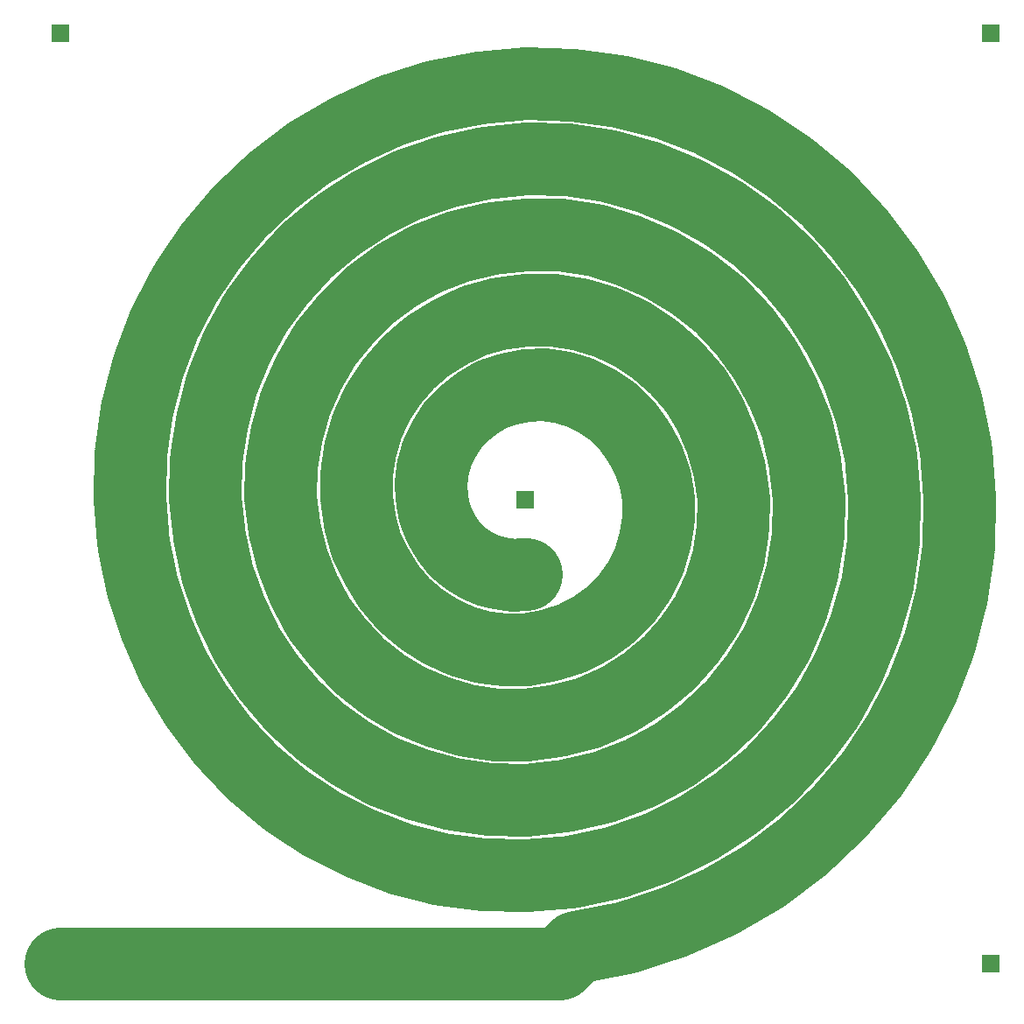
<source format=gbr>
%TF.GenerationSoftware,KiCad,Pcbnew,6.0.2+dfsg-1*%
%TF.CreationDate,2023-08-17T18:16:07-04:00*%
%TF.ProjectId,Tesla-Pri,5465736c-612d-4507-9269-2e6b69636164,rev?*%
%TF.SameCoordinates,Original*%
%TF.FileFunction,Copper,L2,Bot*%
%TF.FilePolarity,Positive*%
%FSLAX46Y46*%
G04 Gerber Fmt 4.6, Leading zero omitted, Abs format (unit mm)*
G04 Created by KiCad (PCBNEW 6.0.2+dfsg-1) date 2023-08-17 18:16:07*
%MOMM*%
%LPD*%
G01*
G04 APERTURE LIST*
%TA.AperFunction,ComponentPad*%
%ADD10R,1.700000X1.700000*%
%TD*%
%TA.AperFunction,ViaPad*%
%ADD11C,5.000000*%
%TD*%
%TA.AperFunction,Conductor*%
%ADD12C,7.000000*%
%TD*%
%TA.AperFunction,Conductor*%
%ADD13C,2.000000*%
%TD*%
G04 APERTURE END LIST*
D10*
%TO.P,,1*%
%TO.N,Net-(J1-Pad1)*%
X160000000Y-150000000D03*
%TD*%
%TO.P,,1*%
%TO.N,N/C*%
X160000000Y-60000000D03*
%TD*%
%TO.P,,1*%
%TO.N,N/C*%
X114960400Y-105174200D03*
%TD*%
%TO.P,,1*%
%TO.N,Net-(J1-Pad1)*%
X70000000Y-150000000D03*
%TD*%
%TO.P,,1*%
%TO.N,N/C*%
X70000000Y-60000000D03*
%TD*%
D11*
%TO.N,Net-(J1-Pad1)*%
X114615675Y-112329675D03*
%TD*%
D12*
%TO.N,Net-(J1-Pad1)*%
X114615675Y-112329675D02*
X113829479Y-112390378D01*
X80940159Y-121402355D02*
X79194797Y-117528782D01*
X118496527Y-94238796D02*
X120219756Y-94755652D01*
X87031509Y-90321004D02*
X88889254Y-86977053D01*
X131329878Y-94505424D02*
X132808114Y-96867307D01*
X84603920Y-97508039D02*
X85597335Y-93849040D01*
X93985683Y-71555906D02*
X97805807Y-69295891D01*
X127793735Y-138734307D02*
X123667829Y-140166766D01*
X106381739Y-100608777D02*
X107027138Y-99207376D01*
X130798601Y-118689566D02*
X128798213Y-120923987D01*
X115000000Y-126900000D02*
X112121626Y-126863425D01*
D13*
X116332000Y-148590000D02*
X119694506Y-148590000D01*
D12*
X126802611Y-101165099D02*
X127437465Y-103030099D01*
X154988629Y-118992626D02*
X153287959Y-123438509D01*
X115000000Y-134200000D02*
X111463407Y-134126460D01*
X135075000Y-105000000D02*
X135034886Y-107880582D01*
X122478792Y-132911232D02*
X118791514Y-133799408D01*
X136707859Y-70452141D02*
X140520774Y-72997962D01*
D13*
X119694506Y-148590000D02*
X119889449Y-148395057D01*
D12*
X93926715Y-92833333D02*
X95574413Y-90094223D01*
X155668421Y-95717698D02*
X156581533Y-100314886D01*
X98577962Y-102638867D02*
X98921951Y-100279059D01*
X135034886Y-107880582D02*
X134580199Y-110749265D01*
X118354795Y-79517802D02*
X121691551Y-80026793D01*
X124678524Y-114678524D02*
X123152581Y-116221066D01*
X113315592Y-94365066D02*
X115000000Y-94050000D01*
X84340568Y-108722729D02*
X83975000Y-105000000D01*
X108728177Y-118733376D02*
X106747855Y-117840588D01*
X132646672Y-68356309D02*
X136707859Y-70452141D01*
X154250377Y-91265699D02*
X155668421Y-95717698D01*
X98921951Y-100279059D02*
X99606546Y-97970045D01*
X101205212Y-122977717D02*
X98869127Y-121130873D01*
X145326042Y-135326042D02*
X141821195Y-138632715D01*
X141148417Y-97993553D02*
X141990021Y-101446696D01*
X149675000Y-105000000D02*
X149561541Y-109196531D01*
X99606546Y-97970045D02*
X100624124Y-95761186D01*
X126798114Y-73890931D02*
X130527116Y-75415552D01*
X145205970Y-89146684D02*
X147027903Y-92853419D01*
X132808114Y-96867307D02*
X133943444Y-99437703D01*
X84424805Y-80617095D02*
X87254898Y-77254898D01*
X99994804Y-76409987D02*
X103500573Y-74678502D01*
X112426366Y-87099979D02*
X115000000Y-86750000D01*
X141736022Y-112163895D02*
X140712722Y-115650558D01*
X123667829Y-140166766D02*
X119382667Y-141094513D01*
X111463407Y-134126460D02*
X107944790Y-133624112D01*
X135002283Y-125002283D02*
X132312921Y-127562638D01*
X134580199Y-110749265D02*
X133713611Y-113546220D01*
X142959294Y-85701093D02*
X145205970Y-89146684D01*
X104895797Y-116660872D02*
X103213742Y-115212851D01*
X77890065Y-113470100D02*
X77045517Y-109276443D01*
X85149141Y-112357576D02*
X84340568Y-108722729D01*
X88025944Y-119157076D02*
X86384907Y-115852273D01*
X156581533Y-100314886D02*
X156975000Y-105000000D01*
X109253139Y-126447578D02*
X106444634Y-125654482D01*
X105397038Y-81816398D02*
X108465898Y-80614398D01*
X122788087Y-87946467D02*
X125225484Y-89088837D01*
X85647812Y-128407589D02*
X83101178Y-125043358D01*
X125999757Y-131555762D02*
X122478792Y-132911232D01*
X94980379Y-116558333D02*
X93502478Y-113904565D01*
X137321327Y-122127756D02*
X135002283Y-125002283D01*
X137342133Y-79780946D02*
X140324134Y-82564775D01*
X96780971Y-118979953D02*
X94980379Y-116558333D01*
X83975000Y-105000000D02*
X84061846Y-101243428D01*
X132446451Y-116212153D02*
X130798601Y-118689566D01*
X107027138Y-99207376D02*
X107902416Y-97902416D01*
X151093131Y-127678817D02*
X148428880Y-131658643D01*
X131701436Y-136821927D02*
X127793735Y-138734307D01*
X116741507Y-94004560D02*
X118496527Y-94238796D01*
X119382667Y-141094513D02*
X115000000Y-141500000D01*
X105974474Y-102067429D02*
X106381739Y-100608777D01*
X147027903Y-92853419D02*
X148394797Y-96768922D01*
X106747855Y-117840588D02*
X104895797Y-116660872D01*
X149561541Y-109196531D02*
X148940018Y-113365463D01*
X91146978Y-83868066D02*
X93774974Y-81041898D01*
X107625439Y-88851965D02*
X109951865Y-87807630D01*
X148394797Y-96768922D02*
X149282819Y-100837312D01*
X146200405Y-121375236D02*
X144114637Y-125096383D01*
X141585087Y-128552331D02*
X138645424Y-131690166D01*
X102529167Y-83399883D02*
X105397038Y-81816398D01*
X100512043Y-111616428D02*
X99558705Y-109533973D01*
X109951865Y-87807630D02*
X112426366Y-87099979D01*
X132312921Y-127562638D02*
X129295833Y-129761110D01*
X111057292Y-72528875D02*
X115000000Y-72150000D01*
X128389867Y-66733958D02*
X132646672Y-68356309D01*
X77381710Y-96413871D02*
X78456546Y-92212892D01*
X108992835Y-96731846D02*
X110277364Y-95731305D01*
X118284506Y-150000000D02*
X119889449Y-148395057D01*
X123890825Y-124468192D02*
X121076459Y-125694519D01*
X98869127Y-121130873D02*
X96780971Y-118979953D01*
X91275000Y-105000000D02*
X91327188Y-101883415D01*
X134059665Y-77387309D02*
X137342133Y-79780946D01*
X127496883Y-109060483D02*
X126870434Y-111048288D01*
X125225484Y-89088837D02*
X127494445Y-90580642D01*
X126481245Y-122865166D02*
X123890825Y-124468192D01*
X97578657Y-87578657D02*
X99909058Y-85333101D01*
X111437310Y-111992174D02*
X110280084Y-111496406D01*
X135335626Y-134461240D02*
X131701436Y-136821927D01*
X153287959Y-123438509D02*
X151093131Y-127678817D01*
X81997412Y-84263100D02*
X84424805Y-80617095D01*
X103213742Y-115212851D02*
X101740697Y-113521237D01*
X115000000Y-86750000D02*
X117620857Y-86771538D01*
X110519222Y-65231992D02*
X115000000Y-64850000D01*
X107357392Y-108894104D02*
X106668745Y-107706989D01*
X130527116Y-75415552D02*
X134059665Y-77387309D01*
X98906403Y-107313910D02*
X98575000Y-105000000D01*
X139234278Y-118991667D02*
X137321327Y-122127756D01*
X141821195Y-138632715D02*
X137956234Y-141534637D01*
X106167597Y-106398915D02*
X105875000Y-105000000D01*
X76675000Y-105000000D02*
X76786442Y-100694366D01*
X107205673Y-73377172D02*
X111057292Y-72528875D01*
X124744610Y-97920127D02*
X125894782Y-99448831D01*
X105807091Y-103543986D02*
X105974474Y-102067429D01*
X125925775Y-112938040D02*
X124678524Y-114678524D01*
X119398857Y-118538290D02*
X117255394Y-119239997D01*
X133777868Y-143992646D02*
X129337060Y-145972964D01*
X139869682Y-94698640D02*
X141148417Y-97993553D01*
X76786442Y-100694366D02*
X77381710Y-96413871D01*
X88889254Y-86977053D02*
X91146978Y-83868066D01*
X149989366Y-83014724D02*
X152348377Y-87013969D01*
X103592028Y-91834499D02*
X105492094Y-90205409D01*
X121865332Y-95550682D02*
X123388054Y-96611946D01*
X141990021Y-101446696D02*
X142375000Y-105000000D01*
X91327188Y-101883415D02*
X91789607Y-98780794D01*
X92659438Y-95746236D02*
X93926715Y-92833333D01*
X92377212Y-111061758D02*
X91628753Y-108076883D01*
X121691551Y-80026793D02*
X124952161Y-80973358D01*
X118976551Y-72250152D02*
X122928712Y-72831951D01*
X128079167Y-82346219D02*
X131016767Y-84126543D01*
X115000000Y-112300000D02*
X114615675Y-112329675D01*
X133713611Y-113546220D02*
X132446451Y-116212153D01*
X105492094Y-90205409D02*
X107625439Y-88851965D01*
X111729055Y-94933067D02*
X113315592Y-94365066D01*
X112121626Y-126863425D02*
X109253139Y-126447578D01*
X88545368Y-131454632D02*
X85647812Y-128407589D01*
X93774974Y-81041898D02*
X96737811Y-78542651D01*
X123388054Y-96611946D02*
X124744610Y-97920127D01*
X110898701Y-141400033D02*
X106819972Y-140839046D01*
X86384907Y-115852273D02*
X85149141Y-112357576D01*
X156975000Y-105000000D02*
X156840607Y-109714304D01*
X140712722Y-115650558D02*
X139234278Y-118991667D01*
X127494445Y-90580642D02*
X129544744Y-92396908D01*
X108208302Y-109934457D02*
X107357392Y-108894104D01*
X142291585Y-108593005D02*
X141736022Y-112163895D01*
X83101178Y-125043358D02*
X80940159Y-121402355D01*
X144114637Y-125096383D02*
X141585087Y-128552331D01*
X85597335Y-93849040D02*
X87031509Y-90321004D01*
X127437465Y-103030099D02*
X127775000Y-105000000D01*
X101868458Y-67472210D02*
X106123799Y-66110822D01*
X91628753Y-108076883D02*
X91275000Y-105000000D01*
X128798213Y-120923987D02*
X126481245Y-122865166D01*
X140520774Y-72997962D02*
X144035572Y-75964428D01*
X111684907Y-79819366D02*
X115000000Y-79450000D01*
X101959885Y-93700676D02*
X103592028Y-91834499D01*
X115000000Y-141500000D02*
X110898701Y-141400033D01*
X109192886Y-110807114D02*
X108208302Y-109934457D01*
X118093084Y-126512869D02*
X115000000Y-126900000D01*
X112898592Y-119615613D02*
X110793221Y-119326975D01*
X87254898Y-77254898D02*
X90454543Y-74220970D01*
X148940018Y-113365463D02*
X147815474Y-117445268D01*
X122928712Y-72831951D02*
X126798114Y-73890931D01*
X123992230Y-65602467D02*
X128389867Y-66733958D01*
X115000000Y-94050000D02*
X116741507Y-94004560D01*
X96737811Y-78542651D02*
X99994804Y-76409987D01*
X136114769Y-88798068D02*
X138180613Y-91616667D01*
X90454543Y-74220970D02*
X93985683Y-71555906D01*
X91789607Y-98780794D02*
X92659438Y-95746236D01*
X138180613Y-91616667D02*
X139869682Y-94698640D01*
X133943444Y-99437703D02*
X134706445Y-102166641D01*
X125894782Y-99448831D02*
X126802611Y-101165099D01*
X118791514Y-133799408D02*
X115000000Y-134200000D01*
X127775000Y-105000000D02*
X127797972Y-107027000D01*
X106819972Y-140839046D02*
X102815652Y-139820867D01*
X137956234Y-141534637D02*
X133777868Y-143992646D01*
X117620857Y-86771538D02*
X120235103Y-87170876D01*
X106123799Y-66110822D02*
X110519222Y-65231992D01*
X126870434Y-111048288D02*
X125925775Y-112938040D01*
X80000577Y-88145166D02*
X81997412Y-84263100D01*
X110280084Y-111496406D02*
X109192886Y-110807114D01*
X99558705Y-109533973D02*
X98906403Y-107313910D01*
X90044597Y-122225471D02*
X88025944Y-119157076D01*
X92407930Y-125014827D02*
X90044597Y-122225471D01*
X108465898Y-80614398D02*
X111684907Y-79819366D01*
X140324134Y-82564775D02*
X142959294Y-85701093D01*
X95234058Y-136457316D02*
X91754964Y-134148353D01*
X103500573Y-74678502D02*
X107205673Y-73377172D01*
X91754964Y-134148353D02*
X88545368Y-131454632D01*
X112631385Y-112289848D02*
X111437310Y-111992174D01*
X110277364Y-95731305D02*
X111729055Y-94933067D01*
X99909058Y-85333101D02*
X102529167Y-83399883D01*
X129337060Y-145972964D02*
X124688403Y-147447665D01*
X100624124Y-95761186D02*
X101959885Y-93700676D01*
X95574413Y-90094223D02*
X97578657Y-87578657D01*
X98013772Y-129608800D02*
X95078265Y-127486990D01*
X121076459Y-125694519D02*
X118093084Y-126512869D01*
X120219756Y-94755652D02*
X121865332Y-95550682D01*
X84061846Y-101243428D02*
X84603920Y-97508039D01*
X101740697Y-113521237D02*
X100512043Y-111616428D01*
X149282819Y-100837312D02*
X149675000Y-105000000D01*
X115000000Y-119600000D02*
X112898592Y-119615613D01*
X79194797Y-117528782D02*
X77890065Y-113470100D01*
X120235103Y-87170876D02*
X122788087Y-87946467D01*
X104496194Y-132696260D02*
X101169123Y-131352534D01*
X106444634Y-125654482D02*
X103745833Y-124492788D01*
X107944790Y-133624112D02*
X104496194Y-132696260D01*
X138645424Y-131690166D02*
X135335626Y-134461240D01*
X106668745Y-107706989D02*
X106167597Y-106398915D01*
X101169123Y-131352534D02*
X98013772Y-129608800D01*
X142375000Y-105000000D02*
X142291585Y-108593005D01*
X133711813Y-86288187D02*
X136114769Y-88798068D01*
X123152581Y-116221066D02*
X121379701Y-117520869D01*
X70000000Y-150000000D02*
X118284506Y-150000000D01*
X97805807Y-69295891D02*
X101868458Y-67472210D01*
X105875000Y-105000000D02*
X105807091Y-103543986D01*
X113829479Y-112390378D02*
X112631385Y-112289848D01*
X131016767Y-84126543D02*
X133711813Y-86288187D01*
X147815474Y-117445268D02*
X146200405Y-121375236D01*
X115000000Y-79450000D02*
X118354795Y-79517802D01*
X98575000Y-105000000D02*
X98577962Y-102638867D01*
X129544744Y-92396908D02*
X131329878Y-94505424D01*
X115000000Y-64850000D02*
X119509969Y-64972917D01*
X121379701Y-117520869D02*
X119398857Y-118538290D01*
X144035572Y-75964428D02*
X147205873Y-79316674D01*
X147205873Y-79316674D02*
X149989366Y-83014724D01*
X148428880Y-131658643D02*
X145326042Y-135326042D01*
X78456546Y-92212892D02*
X80000577Y-88145166D01*
X124952161Y-80973358D02*
X128079167Y-82346219D01*
X152348377Y-87013969D02*
X154250377Y-91265699D01*
X117255394Y-119239997D02*
X115000000Y-119600000D01*
X77045517Y-109276443D02*
X76675000Y-105000000D01*
X95078265Y-127486990D02*
X92407930Y-125014827D01*
X107902416Y-97902416D02*
X108992835Y-96731846D01*
X115000000Y-72150000D02*
X118976551Y-72250152D01*
X103745833Y-124492788D02*
X101205212Y-122977717D01*
X102815652Y-139820867D02*
X98937004Y-138355155D01*
X156840607Y-109714304D02*
X156176777Y-114398331D01*
X110793221Y-119326975D02*
X108728177Y-118733376D01*
X127797972Y-107027000D02*
X127496883Y-109060483D01*
X134706445Y-102166641D02*
X135075000Y-105000000D01*
X98937004Y-138355155D02*
X95234058Y-136457316D01*
X93502478Y-113904565D02*
X92377212Y-111061758D01*
X156176777Y-114398331D02*
X154988629Y-118992626D01*
X124688403Y-147447665D02*
X119889449Y-148395057D01*
X119509969Y-64972917D02*
X123992230Y-65602467D01*
X129295833Y-129761110D02*
X125999757Y-131555762D01*
%TD*%
M02*

</source>
